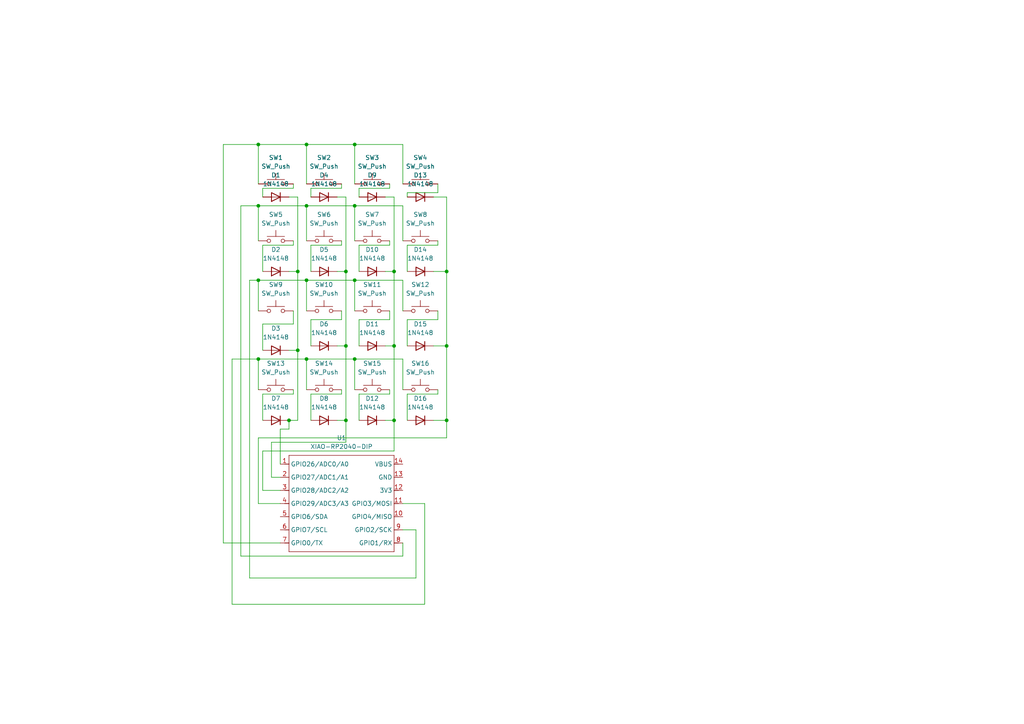
<source format=kicad_sch>
(kicad_sch (version 20250114) (generator "eeschema") (generator_version "9.0")
  (paper "A4")
  (lib_symbols
    (symbol "Diode:1N4148" (pin_numbers (hide yes)) (pin_names (hide yes))
      (property "Reference" "D" (at 0 2.54 0))
      (property "Value" "1N4148" (at 0 -2.54 0))
      (symbol "1N4148_0_1"
        (polyline (pts (xy -1.27 1.27) (xy -1.27 -1.27)) (stroke (width 0.254)))
        (polyline (pts (xy 1.27 1.27) (xy 1.27 -1.27) (xy -1.27 0) (xy 1.27 1.27)) (stroke (width 0.254)))
        (polyline (pts (xy 1.27 0) (xy -1.27 0)))
      )
      (symbol "1N4148_1_1"
        (pin passive line (at -3.81 0 0) (length 2.54) (name "K") (number "1"))
        (pin passive line (at 3.81 0 180) (length 2.54) (name "A") (number "2"))
      )
    )
    (symbol "OPL:XIAO-RP2040-DIP"
      (property "Reference" "U" (at 0 0 0))
      (property "Value" "XIAO-RP2040-DIP" (at 5.334 -1.778 0))
      (symbol "XIAO-RP2040-DIP_1_0"
        (polyline (pts (xy -1.27 -2.54) (xy 29.21 -2.54)) (stroke (width 0.1524)))
        (polyline (pts (xy -1.27 -5.08) (xy -2.54 -5.08)) (stroke (width 0.1524)))
        (polyline (pts (xy -1.27 -5.08) (xy -1.27 -2.54)) (stroke (width 0.1524)))
        (polyline (pts (xy -1.27 -8.89) (xy -2.54 -8.89)) (stroke (width 0.1524)))
        (polyline (pts (xy -1.27 -8.89) (xy -1.27 -5.08)) (stroke (width 0.1524)))
        (polyline (pts (xy -1.27 -12.7) (xy -2.54 -12.7)) (stroke (width 0.1524)))
        (polyline (pts (xy -1.27 -12.7) (xy -1.27 -8.89)) (stroke (width 0.1524)))
        (polyline (pts (xy -1.27 -16.51) (xy -2.54 -16.51)) (stroke (width 0.1524)))
        (polyline (pts (xy -1.27 -16.51) (xy -1.27 -12.7)) (stroke (width 0.1524)))
        (polyline (pts (xy -1.27 -20.32) (xy -2.54 -20.32)) (stroke (width 0.1524)))
        (polyline (pts (xy -1.27 -24.13) (xy -2.54 -24.13)) (stroke (width 0.1524)))
        (polyline (pts (xy -1.27 -27.94) (xy -2.54 -27.94)) (stroke (width 0.1524)))
        (polyline (pts (xy -1.27 -30.48) (xy -1.27 -16.51)) (stroke (width 0.1524)))
        (polyline (pts (xy 29.21 -2.54) (xy 29.21 -5.08)) (stroke (width 0.1524)))
        (polyline (pts (xy 29.21 -5.08) (xy 29.21 -8.89)) (stroke (width 0.1524)))
        (polyline (pts (xy 29.21 -8.89) (xy 29.21 -12.7)) (stroke (width 0.1524)))
        (polyline (pts (xy 29.21 -12.7) (xy 29.21 -30.48)) (stroke (width 0.1524)))
        (polyline (pts (xy 29.21 -30.48) (xy -1.27 -30.48)) (stroke (width 0.1524)))
        (polyline (pts (xy 30.48 -5.08) (xy 29.21 -5.08)) (stroke (width 0.1524)))
        (polyline (pts (xy 30.48 -8.89) (xy 29.21 -8.89)) (stroke (width 0.1524)))
        (polyline (pts (xy 30.48 -12.7) (xy 29.21 -12.7)) (stroke (width 0.1524)))
        (polyline (pts (xy 30.48 -16.51) (xy 29.21 -16.51)) (stroke (width 0.1524)))
        (polyline (pts (xy 30.48 -20.32) (xy 29.21 -20.32)) (stroke (width 0.1524)))
        (polyline (pts (xy 30.48 -24.13) (xy 29.21 -24.13)) (stroke (width 0.1524)))
        (polyline (pts (xy 30.48 -27.94) (xy 29.21 -27.94)) (stroke (width 0.1524)))
        (pin passive line (at -3.81 -5.08 0) (length 2.54) (name "GPIO26/ADC0/A0") (number "1"))
        (pin passive line (at -3.81 -8.89 0) (length 2.54) (name "GPIO27/ADC1/A1") (number "2"))
        (pin passive line (at -3.81 -12.7 0) (length 2.54) (name "GPIO28/ADC2/A2") (number "3"))
        (pin passive line (at -3.81 -16.51 0) (length 2.54) (name "GPIO29/ADC3/A3") (number "4"))
        (pin passive line (at -3.81 -20.32 0) (length 2.54) (name "GPIO6/SDA") (number "5"))
        (pin passive line (at -3.81 -24.13 0) (length 2.54) (name "GPIO7/SCL") (number "6"))
        (pin passive line (at -3.81 -27.94 0) (length 2.54) (name "GPIO0/TX") (number "7"))
        (pin passive line (at 31.75 -5.08 180) (length 2.54) (name "VBUS") (number "14"))
        (pin passive line (at 31.75 -8.89 180) (length 2.54) (name "GND") (number "13"))
        (pin passive line (at 31.75 -12.7 180) (length 2.54) (name "3V3") (number "12"))
        (pin passive line (at 31.75 -16.51 180) (length 2.54) (name "GPIO3/MOSI") (number "11"))
        (pin passive line (at 31.75 -20.32 180) (length 2.54) (name "GPIO4/MISO") (number "10"))
        (pin passive line (at 31.75 -24.13 180) (length 2.54) (name "GPIO2/SCK") (number "9"))
        (pin passive line (at 31.75 -27.94 180) (length 2.54) (name "GPIO1/RX") (number "8"))
      )
    )
    (symbol "Switch:SW_Push" (pin_numbers (hide yes)) (pin_names (offset 1.016) (hide yes))
      (property "Reference" "SW" (at 1.27 2.54 0))
      (property "Value" "SW_Push" (at 0 -1.524 0))
      (symbol "SW_Push_0_1"
        (circle (center -2.032 0) (radius 0.508))
        (polyline (pts (xy 0 1.27) (xy 0 3.048)))
        (circle (center 2.032 0) (radius 0.508))
        (polyline (pts (xy 2.54 1.27) (xy -2.54 1.27)))
        (pin passive line (at -5.08 0 0) (length 2.54) (name "1") (number "1"))
        (pin passive line (at 5.08 0 180) (length 2.54) (name "2") (number "2"))
      )
    )
  )
  (junction (at 74.93 59.69))
  (junction (at 83.82 121.92))
  (junction (at 129.54 100.33))
  (junction (at 74.93 104.14))
  (junction (at 86.36 101.6))
  (junction (at 114.3 121.92))
  (junction (at 88.9 81.28))
  (junction (at 100.33 121.92))
  (junction (at 88.9 59.69))
  (junction (at 114.3 100.33))
  (junction (at 88.9 41.91))
  (junction (at 86.36 78.74))
  (junction (at 88.9 104.14))
  (junction (at 114.3 78.74))
  (junction (at 100.33 100.33))
  (junction (at 74.93 41.91))
  (junction (at 129.54 121.92))
  (junction (at 74.93 81.28))
  (junction (at 100.33 78.74))
  (junction (at 129.54 78.74))
  (junction (at 102.87 81.28))
  (junction (at 102.87 104.14))
  (junction (at 102.87 41.91))
  (junction (at 102.87 59.69))
  (wire (pts (xy 102.87 104.14) (xy 102.87 113.03)))
  (wire (pts (xy 114.3 121.92) (xy 111.76 121.92)))
  (wire (pts (xy 129.54 100.33) (xy 129.54 78.74)))
  (wire (pts (xy 120.65 153.67) (xy 120.65 167.64)))
  (wire (pts (xy 76.2 54.61) (xy 76.2 57.15)))
  (wire (pts (xy 102.87 41.91) (xy 116.84 41.91)))
  (wire (pts (xy 123.19 175.26) (xy 67.31 175.26)))
  (wire (pts (xy 100.33 78.74) (xy 100.33 100.33)))
  (wire (pts (xy 81.28 124.46) (xy 83.82 124.46)))
  (wire (pts (xy 104.14 54.61) (xy 104.14 57.15)))
  (wire (pts (xy 90.17 54.61) (xy 90.17 57.15)))
  (wire (pts (xy 74.93 127) (xy 129.54 127)))
  (wire (pts (xy 76.2 130.81) (xy 76.2 142.24)))
  (wire (pts (xy 86.36 101.6) (xy 86.36 78.74)))
  (wire (pts (xy 116.84 104.14) (xy 116.84 113.03)))
  (wire (pts (xy 99.06 69.85) (xy 99.06 71.12)))
  (wire (pts (xy 100.33 121.92) (xy 97.79 121.92)))
  (wire (pts (xy 86.36 78.74) (xy 83.82 78.74)))
  (wire (pts (xy 129.54 57.15) (xy 125.73 57.15)))
  (wire (pts (xy 85.09 93.98) (xy 76.2 93.98)))
  (wire (pts (xy 81.28 146.05) (xy 74.93 146.05)))
  (wire (pts (xy 76.2 114.3) (xy 76.2 121.92)))
  (wire (pts (xy 74.93 104.14) (xy 74.93 113.03)))
  (wire (pts (xy 129.54 121.92) (xy 125.73 121.92)))
  (wire (pts (xy 88.9 41.91) (xy 102.87 41.91)))
  (wire (pts (xy 88.9 104.14) (xy 102.87 104.14)))
  (wire (pts (xy 88.9 81.28) (xy 88.9 90.17)))
  (wire (pts (xy 74.93 59.69) (xy 74.93 69.85)))
  (wire (pts (xy 127 114.3) (xy 118.11 114.3)))
  (wire (pts (xy 118.11 92.71) (xy 118.11 100.33)))
  (wire (pts (xy 116.84 157.48) (xy 116.84 161.29)))
  (wire (pts (xy 113.03 90.17) (xy 113.03 92.71)))
  (wire (pts (xy 113.03 69.85) (xy 113.03 71.12)))
  (wire (pts (xy 102.87 41.91) (xy 102.87 53.34)))
  (wire (pts (xy 127 113.03) (xy 127 114.3)))
  (wire (pts (xy 111.76 78.74) (xy 114.3 78.74)))
  (wire (pts (xy 127 71.12) (xy 118.11 71.12)))
  (wire (pts (xy 111.76 100.33) (xy 114.3 100.33)))
  (wire (pts (xy 85.09 69.85) (xy 85.09 71.12)))
  (wire (pts (xy 118.11 55.88) (xy 118.11 57.15)))
  (wire (pts (xy 113.03 113.03) (xy 113.03 114.3)))
  (wire (pts (xy 86.36 101.6) (xy 83.82 101.6)))
  (wire (pts (xy 99.06 92.71) (xy 90.17 92.71)))
  (wire (pts (xy 116.84 161.29) (xy 69.85 161.29)))
  (wire (pts (xy 114.3 100.33) (xy 114.3 121.92)))
  (wire (pts (xy 116.84 81.28) (xy 116.84 90.17)))
  (wire (pts (xy 102.87 59.69) (xy 102.87 69.85)))
  (wire (pts (xy 85.09 54.61) (xy 76.2 54.61)))
  (wire (pts (xy 116.84 146.05) (xy 123.19 146.05)))
  (wire (pts (xy 90.17 71.12) (xy 90.17 78.74)))
  (wire (pts (xy 99.06 113.03) (xy 99.06 114.3)))
  (wire (pts (xy 74.93 81.28) (xy 88.9 81.28)))
  (wire (pts (xy 85.09 53.34) (xy 85.09 54.61)))
  (wire (pts (xy 114.3 130.81) (xy 76.2 130.81)))
  (wire (pts (xy 76.2 93.98) (xy 76.2 101.6)))
  (wire (pts (xy 113.03 114.3) (xy 104.14 114.3)))
  (wire (pts (xy 76.2 142.24) (xy 81.28 142.24)))
  (wire (pts (xy 86.36 78.74) (xy 86.36 57.15)))
  (wire (pts (xy 102.87 104.14) (xy 116.84 104.14)))
  (wire (pts (xy 90.17 92.71) (xy 90.17 100.33)))
  (wire (pts (xy 99.06 53.34) (xy 99.06 54.61)))
  (wire (pts (xy 88.9 59.69) (xy 88.9 69.85)))
  (wire (pts (xy 113.03 71.12) (xy 104.14 71.12)))
  (wire (pts (xy 64.77 41.91) (xy 74.93 41.91)))
  (wire (pts (xy 129.54 100.33) (xy 125.73 100.33)))
  (wire (pts (xy 78.74 138.43) (xy 81.28 138.43)))
  (wire (pts (xy 88.9 81.28) (xy 102.87 81.28)))
  (wire (pts (xy 100.33 57.15) (xy 100.33 78.74)))
  (wire (pts (xy 129.54 121.92) (xy 129.54 100.33)))
  (wire (pts (xy 97.79 100.33) (xy 100.33 100.33)))
  (wire (pts (xy 127 90.17) (xy 127 92.71)))
  (wire (pts (xy 118.11 71.12) (xy 118.11 78.74)))
  (wire (pts (xy 129.54 78.74) (xy 129.54 57.15)))
  (wire (pts (xy 100.33 121.92) (xy 100.33 128.27)))
  (wire (pts (xy 81.28 157.48) (xy 64.77 157.48)))
  (wire (pts (xy 74.93 81.28) (xy 74.93 90.17)))
  (wire (pts (xy 83.82 121.92) (xy 86.36 121.92)))
  (wire (pts (xy 85.09 113.03) (xy 85.09 114.3)))
  (wire (pts (xy 86.36 57.15) (xy 83.82 57.15)))
  (wire (pts (xy 69.85 59.69) (xy 74.93 59.69)))
  (wire (pts (xy 123.19 146.05) (xy 123.19 175.26)))
  (wire (pts (xy 72.39 81.28) (xy 74.93 81.28)))
  (wire (pts (xy 99.06 90.17) (xy 99.06 92.71)))
  (wire (pts (xy 114.3 78.74) (xy 114.3 100.33)))
  (wire (pts (xy 100.33 128.27) (xy 78.74 128.27)))
  (wire (pts (xy 120.65 167.64) (xy 72.39 167.64)))
  (wire (pts (xy 85.09 71.12) (xy 76.2 71.12)))
  (wire (pts (xy 118.11 114.3) (xy 118.11 121.92)))
  (wire (pts (xy 85.09 90.17) (xy 85.09 93.98)))
  (wire (pts (xy 76.2 71.12) (xy 76.2 78.74)))
  (wire (pts (xy 64.77 157.48) (xy 64.77 41.91)))
  (wire (pts (xy 127 55.88) (xy 118.11 55.88)))
  (wire (pts (xy 88.9 41.91) (xy 88.9 53.34)))
  (wire (pts (xy 102.87 81.28) (xy 116.84 81.28)))
  (wire (pts (xy 114.3 57.15) (xy 114.3 78.74)))
  (wire (pts (xy 116.84 41.91) (xy 116.84 53.34)))
  (wire (pts (xy 127 92.71) (xy 118.11 92.71)))
  (wire (pts (xy 74.93 104.14) (xy 88.9 104.14)))
  (wire (pts (xy 102.87 81.28) (xy 102.87 90.17)))
  (wire (pts (xy 97.79 78.74) (xy 100.33 78.74)))
  (wire (pts (xy 113.03 54.61) (xy 104.14 54.61)))
  (wire (pts (xy 113.03 53.34) (xy 113.03 54.61)))
  (wire (pts (xy 102.87 59.69) (xy 116.84 59.69)))
  (wire (pts (xy 88.9 59.69) (xy 102.87 59.69)))
  (wire (pts (xy 113.03 92.71) (xy 104.14 92.71)))
  (wire (pts (xy 104.14 114.3) (xy 104.14 121.92)))
  (wire (pts (xy 85.09 114.3) (xy 76.2 114.3)))
  (wire (pts (xy 104.14 92.71) (xy 104.14 100.33)))
  (wire (pts (xy 99.06 54.61) (xy 90.17 54.61)))
  (wire (pts (xy 74.93 41.91) (xy 74.93 53.34)))
  (wire (pts (xy 111.76 57.15) (xy 114.3 57.15)))
  (wire (pts (xy 67.31 175.26) (xy 67.31 104.14)))
  (wire (pts (xy 86.36 121.92) (xy 86.36 101.6)))
  (wire (pts (xy 99.06 71.12) (xy 90.17 71.12)))
  (wire (pts (xy 100.33 100.33) (xy 100.33 121.92)))
  (wire (pts (xy 116.84 153.67) (xy 120.65 153.67)))
  (wire (pts (xy 116.84 59.69) (xy 116.84 69.85)))
  (wire (pts (xy 104.14 71.12) (xy 104.14 78.74)))
  (wire (pts (xy 114.3 121.92) (xy 114.3 130.81)))
  (wire (pts (xy 99.06 114.3) (xy 90.17 114.3)))
  (wire (pts (xy 83.82 124.46) (xy 83.82 121.92)))
  (wire (pts (xy 127 53.34) (xy 127 55.88)))
  (wire (pts (xy 69.85 161.29) (xy 69.85 59.69)))
  (wire (pts (xy 129.54 127) (xy 129.54 121.92)))
  (wire (pts (xy 88.9 104.14) (xy 88.9 113.03)))
  (wire (pts (xy 74.93 59.69) (xy 88.9 59.69)))
  (wire (pts (xy 74.93 146.05) (xy 74.93 127)))
  (wire (pts (xy 127 69.85) (xy 127 71.12)))
  (wire (pts (xy 67.31 104.14) (xy 74.93 104.14)))
  (wire (pts (xy 97.79 57.15) (xy 100.33 57.15)))
  (wire (pts (xy 72.39 167.64) (xy 72.39 81.28)))
  (wire (pts (xy 81.28 134.62) (xy 81.28 124.46)))
  (wire (pts (xy 90.17 114.3) (xy 90.17 121.92)))
  (wire (pts (xy 78.74 128.27) (xy 78.74 138.43)))
  (wire (pts (xy 74.93 41.91) (xy 88.9 41.91)))
  (wire (pts (xy 129.54 78.74) (xy 125.73 78.74)))
  (symbol (lib_id "Diode:1N4148") (at 80.01 121.92 180) (unit 1)
    (property "Reference" "D7" (at 80.01 115.57 0))
    (property "Value" "1N4148" (at 80.01 118.11 0))
    (property "Footprint" "Diode_THT:D_DO-35_SOD27_P7.62mm_Horizontal" (effects (hide yes)))
    (property "Datasheet" "https://assets.nexperia.com/documents/data-sheet/1N4148_1N4448.pdf" (effects (hide yes)))
    (property "Description" "100V 0.15A standard switching diode, DO-35" (effects (hide yes)))
    (property "Sim.Device" "D" (effects (hide yes)))
    (property "Sim.Pins" "1=K 2=A" (effects (hide yes)))
  )
  (symbol (lib_id "Switch:SW_Push") (at 107.95 113.03 0) (unit 1)
    (property "Reference" "SW15" (at 107.95 105.41 0))
    (property "Value" "SW_Push" (at 107.95 107.95 0))
    (property "Footprint" "Button_Switch_Keyboard:SW_Cherry_MX_1.00u_PCB" (effects (hide yes)))
    (property "Description" "Push button switch, generic, two pins" (effects (hide yes)))
  )
  (symbol (lib_id "Switch:SW_Push") (at 107.95 69.85 0) (unit 1)
    (property "Reference" "SW7" (at 107.95 62.23 0))
    (property "Value" "SW_Push" (at 107.95 64.77 0))
    (property "Footprint" "Button_Switch_Keyboard:SW_Cherry_MX_1.00u_PCB" (effects (hide yes)))
    (property "Description" "Push button switch, generic, two pins" (effects (hide yes)))
  )
  (symbol (lib_id "Switch:SW_Push") (at 93.98 90.17 0) (unit 1)
    (property "Reference" "SW10" (at 93.98 82.55 0))
    (property "Value" "SW_Push" (at 93.98 85.09 0))
    (property "Footprint" "Button_Switch_Keyboard:SW_Cherry_MX_1.00u_PCB" (effects (hide yes)))
    (property "Description" "Push button switch, generic, two pins" (effects (hide yes)))
  )
  (symbol (lib_id "Switch:SW_Push") (at 80.01 53.34 0) (unit 1)
    (property "Reference" "SW1" (at 80.01 45.72 0))
    (property "Value" "SW_Push" (at 80.01 48.26 0))
    (property "Footprint" "Button_Switch_Keyboard:SW_Cherry_MX_1.00u_PCB" (effects (hide yes)))
    (property "Description" "Push button switch, generic, two pins" (effects (hide yes)))
  )
  (symbol (lib_id "Switch:SW_Push") (at 80.01 90.17 0) (unit 1)
    (property "Reference" "SW9" (at 80.01 82.55 0))
    (property "Value" "SW_Push" (at 80.01 85.09 0))
    (property "Footprint" "Button_Switch_Keyboard:SW_Cherry_MX_1.00u_PCB" (effects (hide yes)))
    (property "Description" "Push button switch, generic, two pins" (effects (hide yes)))
  )
  (symbol (lib_id "Switch:SW_Push") (at 121.92 69.85 0) (unit 1)
    (property "Reference" "SW8" (at 121.92 62.23 0))
    (property "Value" "SW_Push" (at 121.92 64.77 0))
    (property "Footprint" "Button_Switch_Keyboard:SW_Cherry_MX_1.00u_PCB" (effects (hide yes)))
    (property "Description" "Push button switch, generic, two pins" (effects (hide yes)))
  )
  (symbol (lib_id "Switch:SW_Push") (at 107.95 53.34 0) (unit 1)
    (property "Reference" "SW3" (at 107.95 45.72 0))
    (property "Value" "SW_Push" (at 107.95 48.26 0))
    (property "Footprint" "Button_Switch_Keyboard:SW_Cherry_MX_1.00u_PCB" (effects (hide yes)))
    (property "Description" "Push button switch, generic, two pins" (effects (hide yes)))
  )
  (symbol (lib_id "Diode:1N4148") (at 107.95 100.33 180) (unit 1)
    (property "Reference" "D11" (at 107.95 93.98 0))
    (property "Value" "1N4148" (at 107.95 96.52 0))
    (property "Footprint" "Diode_THT:D_DO-35_SOD27_P7.62mm_Horizontal" (effects (hide yes)))
    (property "Datasheet" "https://assets.nexperia.com/documents/data-sheet/1N4148_1N4448.pdf" (effects (hide yes)))
    (property "Description" "100V 0.15A standard switching diode, DO-35" (effects (hide yes)))
    (property "Sim.Device" "D" (effects (hide yes)))
    (property "Sim.Pins" "1=K 2=A" (effects (hide yes)))
  )
  (symbol (lib_id "Diode:1N4148") (at 93.98 57.15 180) (unit 1)
    (property "Reference" "D4" (at 93.98 50.8 0))
    (property "Value" "1N4148" (at 93.98 53.34 0))
    (property "Footprint" "Diode_THT:D_DO-35_SOD27_P7.62mm_Horizontal" (effects (hide yes)))
    (property "Datasheet" "https://assets.nexperia.com/documents/data-sheet/1N4148_1N4448.pdf" (effects (hide yes)))
    (property "Description" "100V 0.15A standard switching diode, DO-35" (effects (hide yes)))
    (property "Sim.Device" "D" (effects (hide yes)))
    (property "Sim.Pins" "1=K 2=A" (effects (hide yes)))
  )
  (symbol (lib_id "OPL:XIAO-RP2040-DIP") (at 85.09 129.54 0) (unit 1)
    (property "Reference" "U1" (at 99.06 127 0))
    (property "Value" "XIAO-RP2040-DIP" (at 99.06 129.54 0))
    (property "Footprint" "Seeed Studio XIAO Series Library:XIAO-RP2040-DIP" (effects (hide yes)))
  )
  (symbol (lib_id "Switch:SW_Push") (at 93.98 69.85 0) (unit 1)
    (property "Reference" "SW6" (at 93.98 62.23 0))
    (property "Value" "SW_Push" (at 93.98 64.77 0))
    (property "Footprint" "Button_Switch_Keyboard:SW_Cherry_MX_1.00u_PCB" (effects (hide yes)))
    (property "Description" "Push button switch, generic, two pins" (effects (hide yes)))
  )
  (symbol (lib_id "Diode:1N4148") (at 93.98 121.92 180) (unit 1)
    (property "Reference" "D8" (at 93.98 115.57 0))
    (property "Value" "1N4148" (at 93.98 118.11 0))
    (property "Footprint" "Diode_THT:D_DO-35_SOD27_P7.62mm_Horizontal" (effects (hide yes)))
    (property "Datasheet" "https://assets.nexperia.com/documents/data-sheet/1N4148_1N4448.pdf" (effects (hide yes)))
    (property "Description" "100V 0.15A standard switching diode, DO-35" (effects (hide yes)))
    (property "Sim.Device" "D" (effects (hide yes)))
    (property "Sim.Pins" "1=K 2=A" (effects (hide yes)))
  )
  (symbol (lib_id "Diode:1N4148") (at 121.92 121.92 180) (unit 1)
    (property "Reference" "D16" (at 121.92 115.57 0))
    (property "Value" "1N4148" (at 121.92 118.11 0))
    (property "Footprint" "Diode_THT:D_DO-35_SOD27_P7.62mm_Horizontal" (effects (hide yes)))
    (property "Datasheet" "https://assets.nexperia.com/documents/data-sheet/1N4148_1N4448.pdf" (effects (hide yes)))
    (property "Description" "100V 0.15A standard switching diode, DO-35" (effects (hide yes)))
    (property "Sim.Device" "D" (effects (hide yes)))
    (property "Sim.Pins" "1=K 2=A" (effects (hide yes)))
  )
  (symbol (lib_id "Diode:1N4148") (at 121.92 78.74 180) (unit 1)
    (property "Reference" "D14" (at 121.92 72.39 0))
    (property "Value" "1N4148" (at 121.92 74.93 0))
    (property "Footprint" "Diode_THT:D_DO-35_SOD27_P7.62mm_Horizontal" (effects (hide yes)))
    (property "Datasheet" "https://assets.nexperia.com/documents/data-sheet/1N4148_1N4448.pdf" (effects (hide yes)))
    (property "Description" "100V 0.15A standard switching diode, DO-35" (effects (hide yes)))
    (property "Sim.Device" "D" (effects (hide yes)))
    (property "Sim.Pins" "1=K 2=A" (effects (hide yes)))
  )
  (symbol (lib_id "Switch:SW_Push") (at 80.01 69.85 0) (unit 1)
    (property "Reference" "SW5" (at 80.01 62.23 0))
    (property "Value" "SW_Push" (at 80.01 64.77 0))
    (property "Footprint" "Button_Switch_Keyboard:SW_Cherry_MX_1.00u_PCB" (effects (hide yes)))
    (property "Description" "Push button switch, generic, two pins" (effects (hide yes)))
  )
  (symbol (lib_id "Switch:SW_Push") (at 93.98 53.34 0) (unit 1)
    (property "Reference" "SW2" (at 93.98 45.72 0))
    (property "Value" "SW_Push" (at 93.98 48.26 0))
    (property "Footprint" "Button_Switch_Keyboard:SW_Cherry_MX_1.00u_PCB" (effects (hide yes)))
    (property "Description" "Push button switch, generic, two pins" (effects (hide yes)))
  )
  (symbol (lib_id "Switch:SW_Push") (at 121.92 113.03 0) (unit 1)
    (property "Reference" "SW16" (at 121.92 105.41 0))
    (property "Value" "SW_Push" (at 121.92 107.95 0))
    (property "Footprint" "Button_Switch_Keyboard:SW_Cherry_MX_1.00u_PCB" (effects (hide yes)))
    (property "Description" "Push button switch, generic, two pins" (effects (hide yes)))
  )
  (symbol (lib_id "Diode:1N4148") (at 107.95 57.15 180) (unit 1)
    (property "Reference" "D9" (at 107.95 50.8 0))
    (property "Value" "1N4148" (at 107.95 53.34 0))
    (property "Footprint" "Diode_THT:D_DO-35_SOD27_P7.62mm_Horizontal" (effects (hide yes)))
    (property "Datasheet" "https://assets.nexperia.com/documents/data-sheet/1N4148_1N4448.pdf" (effects (hide yes)))
    (property "Description" "100V 0.15A standard switching diode, DO-35" (effects (hide yes)))
    (property "Sim.Device" "D" (effects (hide yes)))
    (property "Sim.Pins" "1=K 2=A" (effects (hide yes)))
  )
  (symbol (lib_id "Switch:SW_Push") (at 107.95 90.17 0) (unit 1)
    (property "Reference" "SW11" (at 107.95 82.55 0))
    (property "Value" "SW_Push" (at 107.95 85.09 0))
    (property "Footprint" "Button_Switch_Keyboard:SW_Cherry_MX_1.00u_PCB" (effects (hide yes)))
    (property "Description" "Push button switch, generic, two pins" (effects (hide yes)))
  )
  (symbol (lib_id "Switch:SW_Push") (at 121.92 53.34 0) (unit 1)
    (property "Reference" "SW4" (at 121.92 45.72 0))
    (property "Value" "SW_Push" (at 121.92 48.26 0))
    (property "Footprint" "Button_Switch_Keyboard:SW_Cherry_MX_1.00u_PCB" (effects (hide yes)))
    (property "Description" "Push button switch, generic, two pins" (effects (hide yes)))
  )
  (symbol (lib_id "Diode:1N4148") (at 107.95 78.74 180) (unit 1)
    (property "Reference" "D10" (at 107.95 72.39 0))
    (property "Value" "1N4148" (at 107.95 74.93 0))
    (property "Footprint" "Diode_THT:D_DO-35_SOD27_P7.62mm_Horizontal" (effects (hide yes)))
    (property "Datasheet" "https://assets.nexperia.com/documents/data-sheet/1N4148_1N4448.pdf" (effects (hide yes)))
    (property "Description" "100V 0.15A standard switching diode, DO-35" (effects (hide yes)))
    (property "Sim.Device" "D" (effects (hide yes)))
    (property "Sim.Pins" "1=K 2=A" (effects (hide yes)))
  )
  (symbol (lib_id "Diode:1N4148") (at 80.01 57.15 180) (unit 1)
    (property "Reference" "D1" (at 80.01 50.8 0))
    (property "Value" "1N4148" (at 80.01 53.34 0))
    (property "Footprint" "Diode_THT:D_DO-35_SOD27_P7.62mm_Horizontal" (effects (hide yes)))
    (property "Datasheet" "https://assets.nexperia.com/documents/data-sheet/1N4148_1N4448.pdf" (effects (hide yes)))
    (property "Description" "100V 0.15A standard switching diode, DO-35" (effects (hide yes)))
    (property "Sim.Device" "D" (effects (hide yes)))
    (property "Sim.Pins" "1=K 2=A" (effects (hide yes)))
  )
  (symbol (lib_id "Diode:1N4148") (at 80.01 78.74 180) (unit 1)
    (property "Reference" "D2" (at 80.01 72.39 0))
    (property "Value" "1N4148" (at 80.01 74.93 0))
    (property "Footprint" "Diode_THT:D_DO-35_SOD27_P7.62mm_Horizontal" (effects (hide yes)))
    (property "Datasheet" "https://assets.nexperia.com/documents/data-sheet/1N4148_1N4448.pdf" (effects (hide yes)))
    (property "Description" "100V 0.15A standard switching diode, DO-35" (effects (hide yes)))
    (property "Sim.Device" "D" (effects (hide yes)))
    (property "Sim.Pins" "1=K 2=A" (effects (hide yes)))
  )
  (symbol (lib_id "Diode:1N4148") (at 121.92 57.15 180) (unit 1)
    (property "Reference" "D13" (at 121.92 50.8 0))
    (property "Value" "1N4148" (at 121.92 53.34 0))
    (property "Footprint" "Diode_THT:D_DO-35_SOD27_P7.62mm_Horizontal" (effects (hide yes)))
    (property "Datasheet" "https://assets.nexperia.com/documents/data-sheet/1N4148_1N4448.pdf" (effects (hide yes)))
    (property "Description" "100V 0.15A standard switching diode, DO-35" (effects (hide yes)))
    (property "Sim.Device" "D" (effects (hide yes)))
    (property "Sim.Pins" "1=K 2=A" (effects (hide yes)))
  )
  (symbol (lib_id "Switch:SW_Push") (at 121.92 90.17 0) (unit 1)
    (property "Reference" "SW12" (at 121.92 82.55 0))
    (property "Value" "SW_Push" (at 121.92 85.09 0))
    (property "Footprint" "Button_Switch_Keyboard:SW_Cherry_MX_1.00u_PCB" (effects (hide yes)))
    (property "Description" "Push button switch, generic, two pins" (effects (hide yes)))
  )
  (symbol (lib_id "Diode:1N4148") (at 93.98 100.33 180) (unit 1)
    (property "Reference" "D6" (at 93.98 93.98 0))
    (property "Value" "1N4148" (at 93.98 96.52 0))
    (property "Footprint" "Diode_THT:D_DO-35_SOD27_P7.62mm_Horizontal" (effects (hide yes)))
    (property "Datasheet" "https://assets.nexperia.com/documents/data-sheet/1N4148_1N4448.pdf" (effects (hide yes)))
    (property "Description" "100V 0.15A standard switching diode, DO-35" (effects (hide yes)))
    (property "Sim.Device" "D" (effects (hide yes)))
    (property "Sim.Pins" "1=K 2=A" (effects (hide yes)))
  )
  (symbol (lib_id "Diode:1N4148") (at 121.92 100.33 180) (unit 1)
    (property "Reference" "D15" (at 121.92 93.98 0))
    (property "Value" "1N4148" (at 121.92 96.52 0))
    (property "Footprint" "Diode_THT:D_DO-35_SOD27_P7.62mm_Horizontal" (effects (hide yes)))
    (property "Datasheet" "https://assets.nexperia.com/documents/data-sheet/1N4148_1N4448.pdf" (effects (hide yes)))
    (property "Description" "100V 0.15A standard switching diode, DO-35" (effects (hide yes)))
    (property "Sim.Device" "D" (effects (hide yes)))
    (property "Sim.Pins" "1=K 2=A" (effects (hide yes)))
  )
  (symbol (lib_id "Diode:1N4148") (at 107.95 121.92 180) (unit 1)
    (property "Reference" "D12" (at 107.95 115.57 0))
    (property "Value" "1N4148" (at 107.95 118.11 0))
    (property "Footprint" "Diode_THT:D_DO-35_SOD27_P7.62mm_Horizontal" (effects (hide yes)))
    (property "Datasheet" "https://assets.nexperia.com/documents/data-sheet/1N4148_1N4448.pdf" (effects (hide yes)))
    (property "Description" "100V 0.15A standard switching diode, DO-35" (effects (hide yes)))
    (property "Sim.Device" "D" (effects (hide yes)))
    (property "Sim.Pins" "1=K 2=A" (effects (hide yes)))
  )
  (symbol (lib_id "Diode:1N4148") (at 93.98 78.74 180) (unit 1)
    (property "Reference" "D5" (at 93.98 72.39 0))
    (property "Value" "1N4148" (at 93.98 74.93 0))
    (property "Footprint" "Diode_THT:D_DO-35_SOD27_P7.62mm_Horizontal" (effects (hide yes)))
    (property "Datasheet" "https://assets.nexperia.com/documents/data-sheet/1N4148_1N4448.pdf" (effects (hide yes)))
    (property "Description" "100V 0.15A standard switching diode, DO-35" (effects (hide yes)))
    (property "Sim.Device" "D" (effects (hide yes)))
    (property "Sim.Pins" "1=K 2=A" (effects (hide yes)))
  )
  (symbol (lib_id "Switch:SW_Push") (at 80.01 113.03 0) (unit 1)
    (property "Reference" "SW13" (at 80.01 105.41 0))
    (property "Value" "SW_Push" (at 80.01 107.95 0))
    (property "Footprint" "Button_Switch_Keyboard:SW_Cherry_MX_1.00u_PCB" (effects (hide yes)))
    (property "Description" "Push button switch, generic, two pins" (effects (hide yes)))
  )
  (symbol (lib_id "Diode:1N4148") (at 80.01 101.6 180) (unit 1)
    (property "Reference" "D3" (at 80.01 95.25 0))
    (property "Value" "1N4148" (at 80.01 97.79 0))
    (property "Footprint" "Diode_THT:D_DO-35_SOD27_P7.62mm_Horizontal" (effects (hide yes)))
    (property "Datasheet" "https://assets.nexperia.com/documents/data-sheet/1N4148_1N4448.pdf" (effects (hide yes)))
    (property "Description" "100V 0.15A standard switching diode, DO-35" (effects (hide yes)))
    (property "Sim.Device" "D" (effects (hide yes)))
    (property "Sim.Pins" "1=K 2=A" (effects (hide yes)))
  )
  (symbol (lib_id "Switch:SW_Push") (at 93.98 113.03 0) (unit 1)
    (property "Reference" "SW14" (at 93.98 105.41 0))
    (property "Value" "SW_Push" (at 93.98 107.95 0))
    (property "Footprint" "Button_Switch_Keyboard:SW_Cherry_MX_1.00u_PCB" (effects (hide yes)))
    (property "Description" "Push button switch, generic, two pins" (effects (hide yes)))
  )
)
</source>
